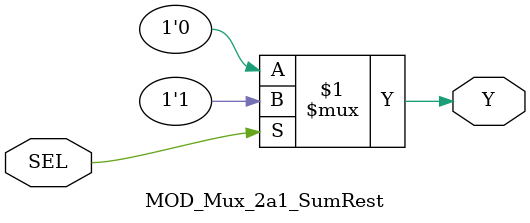
<source format=v>
`timescale 1ns / 1ps


module MOD_Mux_2a1_SumRest(
    input SEL,
    output Y
    );
    
    assign Y = SEL ? 1'b1 : 1'b0; //EL acarreo de entrada del sumador es 0 o 1 según la operación por realizar.

endmodule

</source>
